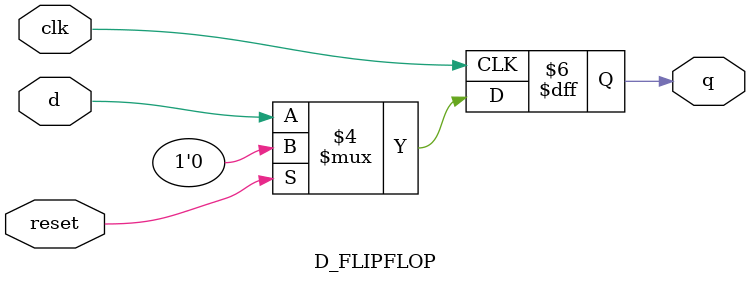
<source format=v>
`timescale 1ns / 1ps


module D_FLIPFLOP(
    input d,
    input clk,
    input reset,
    output reg q
    );
 always@(posedge clk)
 begin 
 if(reset==1'b1)
 q=1'b0;
 else
 q=d;
 end
endmodule

</source>
